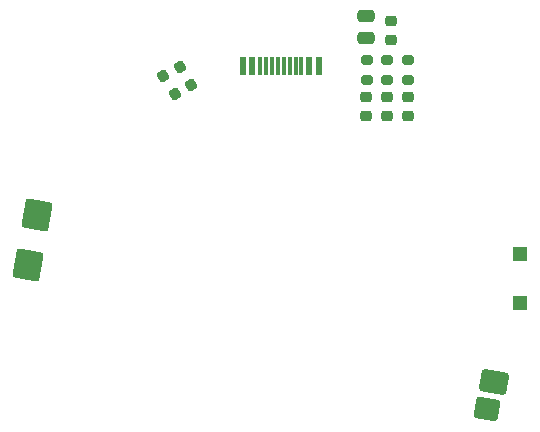
<source format=gtp>
%TF.GenerationSoftware,KiCad,Pcbnew,9.0.0*%
%TF.CreationDate,2025-05-02T17:15:01+02:00*%
%TF.ProjectId,009_RGB Sound Control Light Bar Redesign_fraseross,3030395f-5247-4422-9053-6f756e642043,rev?*%
%TF.SameCoordinates,Original*%
%TF.FileFunction,Paste,Top*%
%TF.FilePolarity,Positive*%
%FSLAX46Y46*%
G04 Gerber Fmt 4.6, Leading zero omitted, Abs format (unit mm)*
G04 Created by KiCad (PCBNEW 9.0.0) date 2025-05-02 17:15:01*
%MOMM*%
%LPD*%
G01*
G04 APERTURE LIST*
G04 Aperture macros list*
%AMRoundRect*
0 Rectangle with rounded corners*
0 $1 Rounding radius*
0 $2 $3 $4 $5 $6 $7 $8 $9 X,Y pos of 4 corners*
0 Add a 4 corners polygon primitive as box body*
4,1,4,$2,$3,$4,$5,$6,$7,$8,$9,$2,$3,0*
0 Add four circle primitives for the rounded corners*
1,1,$1+$1,$2,$3*
1,1,$1+$1,$4,$5*
1,1,$1+$1,$6,$7*
1,1,$1+$1,$8,$9*
0 Add four rect primitives between the rounded corners*
20,1,$1+$1,$2,$3,$4,$5,0*
20,1,$1+$1,$4,$5,$6,$7,0*
20,1,$1+$1,$6,$7,$8,$9,0*
20,1,$1+$1,$8,$9,$2,$3,0*%
G04 Aperture macros list end*
%ADD10RoundRect,0.250000X-0.475000X0.250000X-0.475000X-0.250000X0.475000X-0.250000X0.475000X0.250000X0*%
%ADD11RoundRect,0.218750X0.256250X-0.218750X0.256250X0.218750X-0.256250X0.218750X-0.256250X-0.218750X0*%
%ADD12R,0.600000X1.550000*%
%ADD13R,0.300000X1.550000*%
%ADD14R,1.193800X1.193800*%
%ADD15RoundRect,0.250000X0.712679X-1.141091X1.059975X0.828524X-0.712679X1.141091X-1.059975X-0.828524X0*%
%ADD16RoundRect,0.200000X-0.275000X0.200000X-0.275000X-0.200000X0.275000X-0.200000X0.275000X0.200000X0*%
%ADD17RoundRect,0.218750X-0.061318X-0.331294X0.317568X-0.112544X0.061318X0.331294X-0.317568X0.112544X0*%
%ADD18RoundRect,0.275250X0.851116X0.502083X-0.628065X0.762903X-0.851116X-0.502083X0.628065X-0.762903X0*%
%ADD19RoundRect,0.287625X0.991664X0.506621X-0.758585X0.815237X-0.991664X-0.506621X0.758585X-0.815237X0*%
%ADD20RoundRect,0.225000X-0.250000X0.225000X-0.250000X-0.225000X0.250000X-0.225000X0.250000X0.225000X0*%
G04 APERTURE END LIST*
D10*
%TO.C,C8*%
X138250000Y-100030000D03*
X138250000Y-101930000D03*
%TD*%
D11*
%TO.C,TX*%
X138250000Y-108487501D03*
X138250000Y-106912499D03*
%TD*%
D12*
%TO.C,P2*%
X134200000Y-104225000D03*
X127800000Y-104225000D03*
X133400000Y-104225000D03*
X128600000Y-104225000D03*
D13*
X132250000Y-104225000D03*
X131250000Y-104225000D03*
X130750000Y-104225000D03*
X129750000Y-104225000D03*
X129250000Y-104225000D03*
X130250000Y-104225000D03*
X131750000Y-104225000D03*
X132750000Y-104225000D03*
%TD*%
D14*
%TO.C,SW1*%
X151247400Y-124349998D03*
X151247400Y-120150002D03*
%TD*%
D15*
%TO.C,D4*%
X109626657Y-121117337D03*
X110373343Y-116882663D03*
%TD*%
D16*
%TO.C,R12*%
X140000000Y-103775000D03*
X140000000Y-105425000D03*
%TD*%
D11*
%TO.C,DCOK*%
X141800000Y-108500000D03*
X141800000Y-106924998D03*
%TD*%
%TO.C,RX*%
X140000000Y-108487501D03*
X140000000Y-106912499D03*
%TD*%
D17*
%TO.C,D3*%
X122068005Y-106643750D03*
X123431995Y-105856250D03*
%TD*%
%TO.C,D1*%
X121068005Y-105143750D03*
X122431995Y-104356250D03*
%TD*%
D16*
%TO.C,R10*%
X138260000Y-103775000D03*
X138260000Y-105425000D03*
%TD*%
%TO.C,R8*%
X141750000Y-103775000D03*
X141750000Y-105425000D03*
%TD*%
D18*
%TO.C,MK1*%
X148440969Y-133339237D03*
D19*
X149054686Y-131010428D03*
%TD*%
D20*
%TO.C,C7*%
X140300000Y-100475000D03*
X140300000Y-102025000D03*
%TD*%
M02*

</source>
